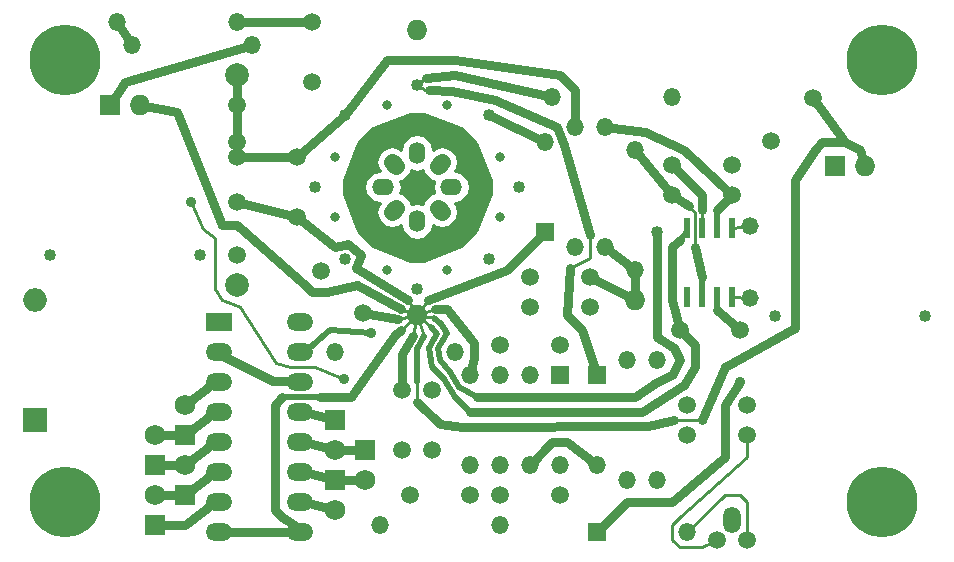
<source format=gtl>
G04 (created by PCBNEW (22-Jun-2014 BZR 4027)-stable) date Fri 29 Jun 2018 12:51:00 AM CDT*
%MOIN*%
G04 Gerber Fmt 3.4, Leading zero omitted, Abs format*
%FSLAX34Y34*%
G01*
G70*
G90*
G04 APERTURE LIST*
%ADD10C,0.00590551*%
%ADD11C,0.059*%
%ADD12O,0.059X0.0885*%
%ADD13O,0.059X0.059*%
%ADD14R,0.059X0.059*%
%ADD15C,0.23622*%
%ADD16O,0.069X0.069*%
%ADD17R,0.019X0.07*%
%ADD18O,0.058X0.058*%
%ADD19C,0.056*%
%ADD20O,0.072X0.056*%
%ADD21O,0.056X0.072*%
%ADD22O,0.032X0.032*%
%ADD23R,0.069X0.069*%
%ADD24O,0.04X0.04*%
%ADD25R,0.079X0.079*%
%ADD26O,0.079X0.079*%
%ADD27C,0.069*%
%ADD28R,0.0885X0.059*%
%ADD29O,0.0885X0.059*%
%ADD30C,0.079*%
%ADD31C,0.035*%
%ADD32C,0.04*%
%ADD33C,0.01*%
%ADD34C,0.03*%
%ADD35C,0.02*%
G04 APERTURE END LIST*
G54D10*
G54D11*
X95750Y-44250D03*
G54D12*
X96250Y-43602D03*
G54D11*
X96750Y-44250D03*
G54D13*
X92750Y-38250D03*
X92750Y-42250D03*
X93750Y-42250D03*
X93750Y-38250D03*
X83000Y-38000D03*
X87000Y-38000D03*
X91000Y-30500D03*
X91000Y-34500D03*
X88500Y-43750D03*
X84500Y-43750D03*
G54D14*
X90500Y-38750D03*
G54D13*
X89500Y-38750D03*
X88500Y-38750D03*
X87500Y-38750D03*
X87500Y-41750D03*
X88500Y-41750D03*
X90500Y-41750D03*
X89500Y-41750D03*
G54D15*
X101250Y-28250D03*
G54D11*
X94750Y-40750D03*
X96750Y-40750D03*
X91500Y-36500D03*
X89500Y-36500D03*
X85250Y-41250D03*
X85250Y-39250D03*
X86250Y-41250D03*
X86250Y-39250D03*
X88500Y-42750D03*
X90500Y-42750D03*
X82542Y-35292D03*
X83957Y-36707D03*
X81750Y-31500D03*
X81750Y-33500D03*
X96750Y-39750D03*
X94750Y-39750D03*
X90500Y-37750D03*
X88500Y-37750D03*
X87500Y-42750D03*
X85500Y-42750D03*
G54D16*
X85750Y-36750D03*
G54D15*
X74000Y-43000D03*
G54D16*
X85750Y-27250D03*
G54D17*
X96250Y-33850D03*
X95750Y-33850D03*
X95250Y-33850D03*
X94750Y-33850D03*
X94750Y-36150D03*
X95250Y-36150D03*
X95750Y-36150D03*
X96250Y-36150D03*
G54D13*
X90250Y-29500D03*
X94250Y-29500D03*
X92000Y-30500D03*
X92000Y-34500D03*
X93000Y-31250D03*
X93000Y-35250D03*
G54D11*
X94250Y-31750D03*
X96250Y-31750D03*
X96250Y-32750D03*
X94250Y-32750D03*
X96500Y-37250D03*
X94500Y-37250D03*
G54D16*
X93000Y-36250D03*
G54D18*
X96850Y-33800D03*
X96850Y-36200D03*
G54D19*
X85042Y-31792D02*
X84929Y-31679D01*
X86570Y-31679D02*
X86457Y-31792D01*
G54D20*
X86890Y-32500D03*
G54D21*
X85750Y-31359D03*
G54D19*
X86570Y-33320D02*
X86457Y-33207D01*
G54D21*
X85750Y-33640D03*
G54D19*
X85042Y-33207D02*
X84929Y-33320D01*
G54D20*
X84609Y-32500D03*
G54D11*
X91500Y-35500D03*
X89500Y-35500D03*
G54D22*
X85750Y-32500D03*
X86500Y-30750D03*
X87500Y-31750D03*
X87500Y-33250D03*
X86500Y-34250D03*
X85000Y-34250D03*
X84000Y-33250D03*
X84000Y-31750D03*
X85000Y-30750D03*
G54D15*
X74000Y-28250D03*
X101250Y-43000D03*
G54D22*
X84750Y-29750D03*
X86750Y-29750D03*
X88500Y-31500D03*
X88500Y-33500D03*
X83000Y-31500D03*
X83000Y-33500D03*
X84750Y-35250D03*
X86750Y-35250D03*
G54D13*
X79750Y-27000D03*
X75750Y-27000D03*
X76250Y-27750D03*
X80250Y-27750D03*
G54D23*
X99696Y-31811D03*
G54D16*
X100696Y-31811D03*
G54D24*
X97696Y-36811D03*
X102696Y-36811D03*
G54D11*
X82250Y-27000D03*
X82250Y-29000D03*
G54D14*
X91750Y-44000D03*
G54D13*
X94750Y-44000D03*
G54D14*
X90000Y-34000D03*
G54D13*
X90000Y-31000D03*
G54D14*
X91750Y-38750D03*
G54D13*
X91750Y-41750D03*
G54D25*
X73000Y-40250D03*
G54D26*
X73000Y-36250D03*
G54D23*
X75500Y-29750D03*
G54D16*
X76500Y-29750D03*
G54D24*
X73500Y-34750D03*
X78500Y-34750D03*
G54D11*
X97542Y-30957D03*
X98957Y-29542D03*
G54D23*
X83000Y-40250D03*
G54D27*
X83000Y-41250D03*
G54D23*
X84000Y-41250D03*
G54D27*
X84000Y-42250D03*
G54D23*
X83000Y-42250D03*
G54D27*
X83000Y-43250D03*
G54D23*
X77000Y-41750D03*
G54D27*
X77000Y-40750D03*
G54D23*
X78000Y-42750D03*
G54D27*
X78000Y-41750D03*
G54D23*
X77000Y-43750D03*
G54D27*
X77000Y-42750D03*
G54D23*
X78000Y-40750D03*
G54D27*
X78000Y-39750D03*
G54D28*
X79147Y-37000D03*
G54D29*
X79147Y-38000D03*
X79147Y-39000D03*
X79147Y-40000D03*
X81852Y-42000D03*
X81852Y-41000D03*
X81852Y-40000D03*
X81852Y-39000D03*
X79147Y-41000D03*
X79147Y-42000D03*
X79147Y-43000D03*
X81852Y-43000D03*
X81852Y-44000D03*
X81852Y-38000D03*
X79147Y-44000D03*
X81852Y-37000D03*
G54D11*
X79750Y-31000D03*
X79750Y-33000D03*
X79750Y-31500D03*
X79750Y-34750D03*
X79750Y-29750D03*
G54D30*
X79750Y-35750D03*
X79750Y-28750D03*
G54D31*
X96500Y-39000D03*
G54D32*
X89150Y-32500D03*
X88150Y-30100D03*
G54D31*
X83300Y-38900D03*
X78200Y-33000D03*
G54D32*
X83350Y-30100D03*
X85750Y-29100D03*
X82350Y-32500D03*
G54D31*
X84200Y-37350D03*
G54D32*
X88150Y-34900D03*
X83350Y-34900D03*
X93750Y-34000D03*
X85750Y-35900D03*
G54D33*
X96250Y-36150D02*
X96850Y-36200D01*
X96250Y-33850D02*
X96850Y-33800D01*
G54D34*
X96000Y-39750D02*
X96500Y-39000D01*
X91750Y-44000D02*
X92750Y-43000D01*
X96000Y-41500D02*
X96000Y-39750D01*
X94250Y-43000D02*
X96000Y-41500D01*
X92750Y-43000D02*
X94250Y-43000D01*
X96500Y-37250D02*
X96500Y-37250D01*
G54D35*
X95750Y-36500D02*
X95750Y-36600D01*
G54D34*
X95750Y-36600D02*
X96500Y-37250D01*
G54D33*
X95750Y-44250D02*
X95250Y-44500D01*
X96750Y-41500D02*
X96750Y-40750D01*
X94500Y-43500D02*
X96750Y-41500D01*
X94250Y-43750D02*
X94500Y-43500D01*
X94250Y-44000D02*
X94250Y-43750D01*
X94250Y-44250D02*
X94250Y-44000D01*
X94500Y-44500D02*
X94250Y-44250D01*
X95250Y-44500D02*
X94500Y-44500D01*
G54D34*
X76250Y-27750D02*
X75750Y-27000D01*
X93000Y-31250D02*
X94250Y-32750D01*
G54D33*
X95000Y-34500D02*
X95000Y-33350D01*
G54D35*
X95250Y-36150D02*
X95250Y-35250D01*
G54D34*
X95000Y-34500D02*
X95250Y-35500D01*
G54D35*
X95250Y-35500D02*
X95250Y-35250D01*
G54D33*
X95000Y-33350D02*
X94826Y-33134D01*
G54D34*
X94826Y-33134D02*
X94250Y-32750D01*
X92000Y-30500D02*
X93350Y-30650D01*
X94650Y-31250D02*
X96250Y-32750D01*
X93350Y-30650D02*
X94650Y-31250D01*
G54D35*
X95750Y-33850D02*
X95750Y-33250D01*
G54D34*
X95750Y-33250D02*
X96250Y-32750D01*
X83000Y-41250D02*
X84000Y-41250D01*
X82000Y-41000D02*
X83000Y-41250D01*
X82000Y-40000D02*
X83000Y-40250D01*
X77000Y-41750D02*
X78000Y-41750D01*
X78000Y-41750D02*
X79000Y-41000D01*
X77000Y-40750D02*
X78000Y-40750D01*
X78000Y-40750D02*
X79000Y-40000D01*
X78000Y-39750D02*
X79000Y-39000D01*
X83000Y-42250D02*
X84000Y-42250D01*
X82000Y-42000D02*
X83000Y-42250D01*
X89500Y-41750D02*
X90250Y-41000D01*
X90750Y-41000D02*
X91750Y-41750D01*
X90250Y-41000D02*
X90750Y-41000D01*
G54D33*
X94750Y-44000D02*
X96000Y-42750D01*
X96750Y-43000D02*
X96750Y-44250D01*
X96500Y-42750D02*
X96750Y-43000D01*
X96000Y-42750D02*
X96500Y-42750D01*
G54D34*
X88150Y-30100D02*
X90000Y-31000D01*
G54D33*
X81500Y-38500D02*
X81050Y-38350D01*
X83300Y-38900D02*
X82350Y-38500D01*
X82350Y-38500D02*
X81500Y-38500D01*
X78600Y-33900D02*
X78200Y-33000D01*
X79000Y-34200D02*
X78600Y-33900D01*
X79000Y-35900D02*
X79000Y-34200D01*
X79250Y-36250D02*
X79000Y-35900D01*
X79600Y-36400D02*
X79250Y-36250D01*
X79850Y-36500D02*
X79600Y-36400D01*
X81050Y-38350D02*
X79850Y-36500D01*
G54D34*
X79750Y-29750D02*
X79750Y-28750D01*
X79750Y-31000D02*
X79750Y-29750D01*
X79750Y-31500D02*
X79750Y-31000D01*
X81750Y-31500D02*
X79750Y-31500D01*
X91000Y-30500D02*
X91000Y-29250D01*
X91000Y-29250D02*
X90500Y-28750D01*
X81750Y-31500D02*
X83350Y-30100D01*
X84750Y-28250D02*
X83350Y-30100D01*
X87000Y-28250D02*
X84750Y-28250D01*
X90500Y-28750D02*
X87000Y-28250D01*
X75500Y-29750D02*
X76000Y-29000D01*
X76000Y-29000D02*
X80250Y-27750D01*
X79750Y-27000D02*
X82250Y-27000D01*
X77000Y-42750D02*
X78000Y-42750D01*
X78000Y-42750D02*
X79000Y-42000D01*
G54D33*
X95250Y-33850D02*
X95250Y-33250D01*
G54D34*
X95250Y-32750D02*
X94250Y-31750D01*
X95250Y-32750D02*
X95250Y-33250D01*
G54D33*
X95250Y-33250D02*
X95250Y-33250D01*
X95250Y-33250D02*
X95250Y-33250D01*
G54D34*
X90850Y-35200D02*
X90750Y-36750D01*
G54D33*
X91500Y-34100D02*
X91500Y-34850D01*
G54D34*
X90650Y-31100D02*
X91500Y-34100D01*
G54D33*
X91500Y-34850D02*
X90850Y-35200D01*
G54D34*
X91250Y-37250D02*
X91750Y-38750D01*
X90750Y-36750D02*
X91250Y-37250D01*
X90400Y-30500D02*
X88350Y-29600D01*
G54D33*
X86150Y-29268D02*
X86000Y-29250D01*
X86000Y-29250D02*
X85750Y-29100D01*
G54D34*
X86900Y-29300D02*
X86150Y-29268D01*
X90650Y-31100D02*
X90400Y-30500D01*
X88350Y-29600D02*
X86900Y-29300D01*
X90650Y-31100D02*
X90650Y-31100D01*
X90650Y-31100D02*
X90650Y-31100D01*
X79000Y-38000D02*
X80950Y-38950D01*
X80950Y-38950D02*
X82000Y-39000D01*
X90250Y-29500D02*
X87000Y-28747D01*
X87000Y-28747D02*
X86050Y-28850D01*
G54D33*
X86050Y-28850D02*
X85750Y-29100D01*
G54D35*
X82000Y-38000D02*
X82850Y-37250D01*
X82850Y-37250D02*
X84200Y-37350D01*
G54D34*
X77000Y-43750D02*
X78000Y-43750D01*
X78000Y-43750D02*
X79000Y-43000D01*
X82000Y-43000D02*
X83000Y-43250D01*
G54D33*
X83000Y-38000D02*
X83000Y-38000D01*
G54D34*
X86350Y-36550D02*
X86750Y-36550D01*
G54D33*
X85750Y-36750D02*
X86350Y-36550D01*
G54D34*
X87650Y-38200D02*
X87500Y-38750D01*
X87650Y-37700D02*
X87650Y-38200D01*
X86750Y-36550D02*
X87650Y-37700D01*
X85600Y-37450D02*
X85250Y-38050D01*
G54D33*
X85750Y-36750D02*
X85600Y-37450D01*
G54D34*
X85250Y-38050D02*
X85250Y-39250D01*
X81250Y-39500D02*
X81000Y-39750D01*
X82500Y-39500D02*
X83550Y-39500D01*
X83550Y-39500D02*
X85000Y-37416D01*
X85219Y-37258D02*
X85000Y-37416D01*
G54D33*
X85750Y-36750D02*
X85219Y-37258D01*
G54D35*
X81250Y-39500D02*
X82500Y-39500D01*
G54D34*
X81250Y-43500D02*
X82000Y-44000D01*
X81000Y-43250D02*
X81250Y-43500D01*
X81000Y-39750D02*
X81000Y-43250D01*
X83750Y-35750D02*
X82750Y-36000D01*
X85200Y-36550D02*
X83750Y-35750D01*
G54D33*
X85750Y-36750D02*
X85200Y-36550D01*
G54D34*
X77750Y-30000D02*
X76500Y-29750D01*
X79250Y-33750D02*
X77750Y-30000D01*
X79750Y-33750D02*
X79250Y-33750D01*
X82000Y-35750D02*
X79750Y-33750D01*
X82250Y-36000D02*
X82000Y-35750D01*
X82750Y-36000D02*
X82250Y-36000D01*
X81750Y-33500D02*
X79750Y-33000D01*
X81750Y-33500D02*
X83000Y-34500D01*
X83000Y-34500D02*
X83464Y-34393D01*
X85450Y-36250D02*
X85000Y-36000D01*
G54D33*
X85450Y-36250D02*
X85750Y-36750D01*
G54D34*
X83730Y-35200D02*
X85000Y-36000D01*
X83879Y-34759D02*
X83730Y-35200D01*
X83464Y-34393D02*
X83879Y-34759D01*
X79000Y-44000D02*
X82000Y-44000D01*
X100000Y-31000D02*
X98957Y-29542D01*
X95250Y-40250D02*
X96000Y-38500D01*
X85750Y-39650D02*
X86500Y-40400D01*
G54D35*
X85750Y-39000D02*
X85750Y-37900D01*
G54D33*
X85750Y-36750D02*
X85995Y-37447D01*
G54D35*
X85995Y-37447D02*
X85750Y-37900D01*
G54D33*
X85750Y-39650D02*
X85750Y-39000D01*
G54D34*
X93450Y-40450D02*
X94300Y-40250D01*
X87250Y-40500D02*
X93450Y-40450D01*
X86500Y-40400D02*
X87250Y-40500D01*
G54D33*
X95250Y-40250D02*
X94300Y-40250D01*
G54D34*
X100500Y-31250D02*
X100696Y-31811D01*
X100000Y-31000D02*
X100500Y-31250D01*
X99250Y-31000D02*
X100000Y-31000D01*
X99000Y-31250D02*
X99250Y-31000D01*
X98350Y-32250D02*
X99000Y-31250D01*
X98350Y-37200D02*
X98350Y-32250D01*
X96000Y-38500D02*
X98350Y-37200D01*
G54D35*
X86250Y-38500D02*
X86150Y-37850D01*
G54D33*
X85750Y-36750D02*
X86200Y-37150D01*
G54D35*
X86650Y-38900D02*
X87000Y-39500D01*
X86250Y-38500D02*
X86650Y-38900D01*
G54D34*
X95000Y-37750D02*
X94500Y-37250D01*
X92250Y-40000D02*
X87500Y-40000D01*
X93250Y-40000D02*
X92250Y-40000D01*
X94650Y-39100D02*
X93250Y-40000D01*
X95000Y-38500D02*
X94650Y-39100D01*
X95000Y-37750D02*
X95000Y-38500D01*
G54D35*
X87000Y-39500D02*
X87500Y-40000D01*
X86400Y-37400D02*
X86200Y-37150D01*
X86400Y-37400D02*
X86400Y-37400D01*
X86300Y-37550D02*
X86400Y-37400D01*
X86150Y-37850D02*
X86300Y-37550D01*
X86500Y-38250D02*
X86450Y-37850D01*
G54D34*
X94250Y-38750D02*
X94500Y-38250D01*
X93000Y-39500D02*
X93750Y-39000D01*
X94250Y-38750D02*
X93750Y-39000D01*
X87750Y-39500D02*
X93000Y-39500D01*
X93750Y-37500D02*
X94300Y-37850D01*
X94500Y-38250D02*
X94300Y-37850D01*
G54D35*
X87150Y-39150D02*
X87750Y-39500D01*
X86850Y-38650D02*
X87150Y-39150D01*
X86500Y-38250D02*
X86850Y-38650D01*
X86550Y-37050D02*
X86321Y-36875D01*
X86550Y-37050D02*
X86550Y-37050D01*
X86755Y-37378D02*
X86550Y-37050D01*
X86600Y-37600D02*
X86755Y-37378D01*
X86450Y-37850D02*
X86600Y-37600D01*
G54D33*
X85750Y-36750D02*
X86100Y-36250D01*
G54D34*
X88750Y-35250D02*
X86100Y-36250D01*
X88750Y-35250D02*
X90000Y-34000D01*
G54D35*
X94500Y-34250D02*
X94750Y-34000D01*
X94750Y-34000D02*
X94750Y-33850D01*
G54D34*
X94250Y-34500D02*
X94500Y-34250D01*
X94250Y-36250D02*
X94250Y-34500D01*
X94500Y-37250D02*
X94250Y-36250D01*
X93750Y-37500D02*
X93750Y-34000D01*
G54D35*
X86321Y-36875D02*
X86321Y-36875D01*
G54D33*
X86321Y-36875D02*
X85750Y-36750D01*
G54D35*
X93750Y-37500D02*
X93750Y-37500D01*
G54D34*
X85100Y-36900D02*
X83957Y-36707D01*
G54D33*
X85750Y-36750D02*
X85100Y-36900D01*
G54D34*
X91500Y-35500D02*
X93000Y-36250D01*
X93000Y-35250D02*
X93000Y-36250D01*
X92000Y-34500D02*
X92000Y-34500D01*
X92000Y-34500D02*
X93000Y-35250D01*
X92000Y-34500D02*
X92000Y-34500D01*
G54D10*
G36*
X86307Y-32696D02*
X86245Y-32709D01*
X86073Y-32823D01*
X85959Y-32995D01*
X85946Y-33057D01*
X85750Y-33018D01*
X85553Y-33057D01*
X85541Y-32995D01*
X85426Y-32823D01*
X85254Y-32709D01*
X85192Y-32696D01*
X85231Y-32500D01*
X85192Y-32303D01*
X85254Y-32291D01*
X85426Y-32176D01*
X85541Y-32004D01*
X85553Y-31942D01*
X85750Y-31981D01*
X85946Y-31942D01*
X85959Y-32004D01*
X86073Y-32176D01*
X86245Y-32291D01*
X86307Y-32303D01*
X86268Y-32500D01*
X86307Y-32696D01*
X86307Y-32696D01*
G37*
G54D33*
X86307Y-32696D02*
X86245Y-32709D01*
X86073Y-32823D01*
X85959Y-32995D01*
X85946Y-33057D01*
X85750Y-33018D01*
X85553Y-33057D01*
X85541Y-32995D01*
X85426Y-32823D01*
X85254Y-32709D01*
X85192Y-32696D01*
X85231Y-32500D01*
X85192Y-32303D01*
X85254Y-32291D01*
X85426Y-32176D01*
X85541Y-32004D01*
X85553Y-31942D01*
X85750Y-31981D01*
X85946Y-31942D01*
X85959Y-32004D01*
X86073Y-32176D01*
X86245Y-32291D01*
X86307Y-32303D01*
X86268Y-32500D01*
X86307Y-32696D01*
G54D10*
G36*
X88200Y-32740D02*
X87707Y-33971D01*
X87512Y-34166D01*
X87512Y-32500D01*
X87472Y-32297D01*
X87357Y-32125D01*
X87185Y-32010D01*
X87001Y-31973D01*
X87068Y-31874D01*
X87108Y-31671D01*
X87068Y-31468D01*
X86953Y-31296D01*
X86781Y-31181D01*
X86578Y-31141D01*
X86375Y-31181D01*
X86276Y-31248D01*
X86239Y-31064D01*
X86124Y-30892D01*
X85952Y-30777D01*
X85750Y-30737D01*
X85547Y-30777D01*
X85375Y-30892D01*
X85260Y-31064D01*
X85223Y-31248D01*
X85124Y-31181D01*
X84921Y-31141D01*
X84718Y-31181D01*
X84546Y-31296D01*
X84431Y-31468D01*
X84391Y-31671D01*
X84431Y-31874D01*
X84498Y-31973D01*
X84314Y-32010D01*
X84142Y-32125D01*
X84027Y-32297D01*
X83987Y-32500D01*
X84027Y-32702D01*
X84142Y-32874D01*
X84314Y-32989D01*
X84498Y-33026D01*
X84431Y-33125D01*
X84391Y-33328D01*
X84431Y-33531D01*
X84546Y-33703D01*
X84718Y-33818D01*
X84921Y-33858D01*
X85124Y-33818D01*
X85223Y-33751D01*
X85260Y-33935D01*
X85375Y-34107D01*
X85547Y-34222D01*
X85750Y-34262D01*
X85952Y-34222D01*
X86124Y-34107D01*
X86239Y-33935D01*
X86276Y-33751D01*
X86375Y-33818D01*
X86578Y-33858D01*
X86781Y-33818D01*
X86953Y-33703D01*
X87068Y-33531D01*
X87108Y-33328D01*
X87068Y-33125D01*
X87001Y-33026D01*
X87185Y-32989D01*
X87357Y-32874D01*
X87472Y-32702D01*
X87512Y-32500D01*
X87512Y-34166D01*
X87221Y-34457D01*
X85990Y-34950D01*
X85509Y-34950D01*
X84278Y-34457D01*
X83792Y-33971D01*
X83300Y-32740D01*
X83300Y-32259D01*
X83792Y-31028D01*
X84278Y-30542D01*
X85509Y-30050D01*
X85990Y-30050D01*
X87221Y-30542D01*
X87707Y-31028D01*
X88200Y-32259D01*
X88200Y-32740D01*
X88200Y-32740D01*
G37*
G54D33*
X88200Y-32740D02*
X87707Y-33971D01*
X87512Y-34166D01*
X87512Y-32500D01*
X87472Y-32297D01*
X87357Y-32125D01*
X87185Y-32010D01*
X87001Y-31973D01*
X87068Y-31874D01*
X87108Y-31671D01*
X87068Y-31468D01*
X86953Y-31296D01*
X86781Y-31181D01*
X86578Y-31141D01*
X86375Y-31181D01*
X86276Y-31248D01*
X86239Y-31064D01*
X86124Y-30892D01*
X85952Y-30777D01*
X85750Y-30737D01*
X85547Y-30777D01*
X85375Y-30892D01*
X85260Y-31064D01*
X85223Y-31248D01*
X85124Y-31181D01*
X84921Y-31141D01*
X84718Y-31181D01*
X84546Y-31296D01*
X84431Y-31468D01*
X84391Y-31671D01*
X84431Y-31874D01*
X84498Y-31973D01*
X84314Y-32010D01*
X84142Y-32125D01*
X84027Y-32297D01*
X83987Y-32500D01*
X84027Y-32702D01*
X84142Y-32874D01*
X84314Y-32989D01*
X84498Y-33026D01*
X84431Y-33125D01*
X84391Y-33328D01*
X84431Y-33531D01*
X84546Y-33703D01*
X84718Y-33818D01*
X84921Y-33858D01*
X85124Y-33818D01*
X85223Y-33751D01*
X85260Y-33935D01*
X85375Y-34107D01*
X85547Y-34222D01*
X85750Y-34262D01*
X85952Y-34222D01*
X86124Y-34107D01*
X86239Y-33935D01*
X86276Y-33751D01*
X86375Y-33818D01*
X86578Y-33858D01*
X86781Y-33818D01*
X86953Y-33703D01*
X87068Y-33531D01*
X87108Y-33328D01*
X87068Y-33125D01*
X87001Y-33026D01*
X87185Y-32989D01*
X87357Y-32874D01*
X87472Y-32702D01*
X87512Y-32500D01*
X87512Y-34166D01*
X87221Y-34457D01*
X85990Y-34950D01*
X85509Y-34950D01*
X84278Y-34457D01*
X83792Y-33971D01*
X83300Y-32740D01*
X83300Y-32259D01*
X83792Y-31028D01*
X84278Y-30542D01*
X85509Y-30050D01*
X85990Y-30050D01*
X87221Y-30542D01*
X87707Y-31028D01*
X88200Y-32259D01*
X88200Y-32740D01*
M02*

</source>
